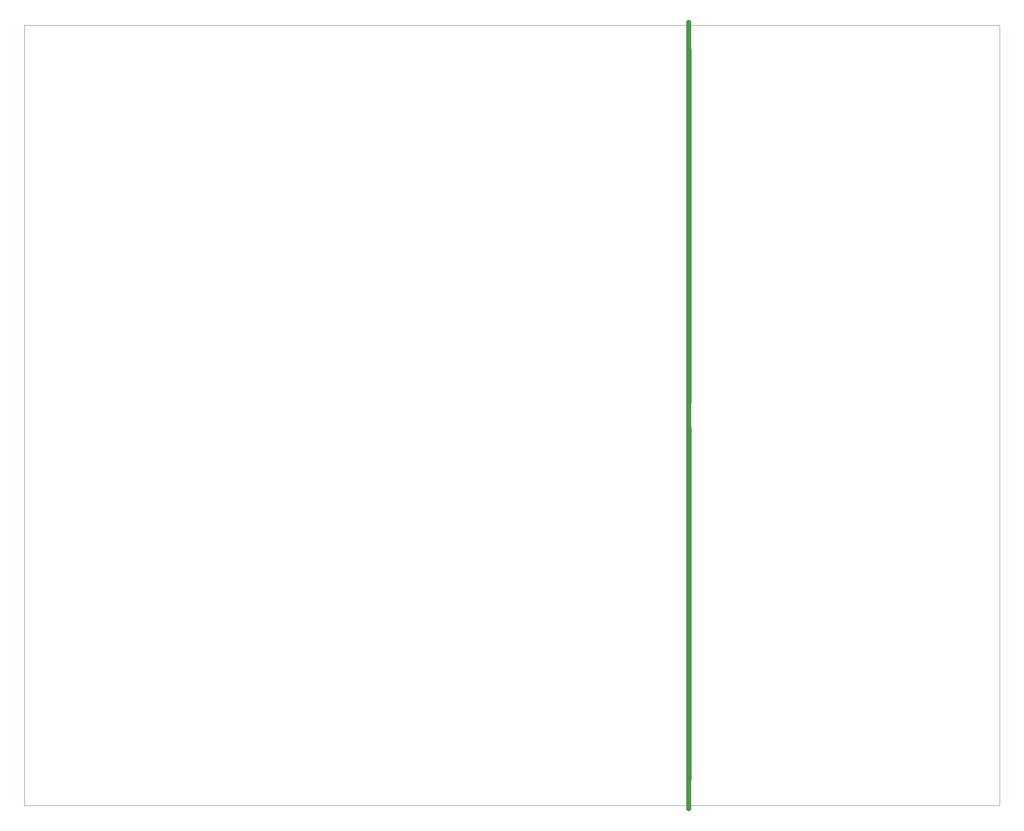
<source format=gm1>
G04*
G04 #@! TF.GenerationSoftware,Altium Limited,Altium Designer,23.2.1 (34)*
G04*
G04 Layer_Color=16711935*
%FSLAX45Y45*%
%MOMM*%
G71*
G04*
G04 #@! TF.SameCoordinates,6E3D6F93-4A61-4C57-BA4F-68D24251A383*
G04*
G04*
G04 #@! TF.FilePolarity,Positive*
G04*
G01*
G75*
%ADD82C,1.00000*%
%ADD109C,0.00100*%
D82*
X13625000Y-70000D02*
Y16060001D01*
D109*
X13675038Y15500000D02*
G03*
X13574962Y15500000I-50038J0D01*
G01*
Y8250000D02*
G03*
X13675038Y8250000I50038J0D01*
G01*
Y7750000D02*
G03*
X13574962Y7750000I-50038J0D01*
G01*
Y520000D02*
G03*
X13675038Y520000I50038J0D01*
G01*
X20000000Y-53D02*
G03*
X20000052Y0I0J53D01*
G01*
Y16000000D02*
G03*
X20000000Y16000053I-53J0D01*
G01*
X0D02*
G03*
X-53Y16000000I0J-53D01*
G01*
Y0D02*
G03*
X0Y-53I53J0D01*
G01*
X13675038Y15500000D02*
G03*
X13574962Y15500000I-50038J0D01*
G01*
Y8250000D02*
G03*
X13675038Y8250000I50038J0D01*
G01*
Y7750000D02*
G03*
X13574962Y7750000I-50038J0D01*
G01*
Y520000D02*
G03*
X13675038Y520000I50038J0D01*
G01*
Y15500000D02*
G03*
X13574962Y15500000I-50038J0D01*
G01*
Y8250000D02*
G03*
X13675038Y8250000I50038J0D01*
G01*
Y7750000D02*
G03*
X13574962Y7750000I-50038J0D01*
G01*
Y520000D02*
G03*
X13675038Y520000I50038J0D01*
G01*
X13674985Y15500000D02*
G03*
X13575015Y15500000I-49985J0D01*
G01*
Y8250000D02*
G03*
X13674985Y8250000I49985J0D01*
G01*
Y7750000D02*
G03*
X13575015Y7750000I-49985J0D01*
G01*
Y520000D02*
G03*
X13674985Y520000I49985J0D01*
G01*
Y15500000D02*
G03*
X13575015Y15500000I-49985J0D01*
G01*
Y8250000D02*
G03*
X13674985Y8250000I49985J0D01*
G01*
Y7750000D02*
G03*
X13575015Y7750000I-49985J0D01*
G01*
Y520000D02*
G03*
X13674985Y520000I49985J0D01*
G01*
X13574962Y8250000D02*
Y15500000D01*
X13675038Y8250000D02*
Y15500000D01*
X13574962Y520000D02*
Y7750000D01*
X13675038Y520000D02*
Y7750000D01*
X0Y-53D02*
X20000000D01*
X20000052Y0D02*
Y16000000D01*
X0Y16000053D02*
X20000000D01*
X-53Y0D02*
Y16000000D01*
X13574962Y8250000D02*
Y15500000D01*
X13675038Y8250000D02*
Y15500000D01*
X13574962Y520000D02*
Y7750000D01*
X13675038Y520000D02*
Y7750000D01*
X13574962Y8250000D02*
Y15500000D01*
X13675038Y8250000D02*
Y15500000D01*
X13574962Y520000D02*
Y7750000D01*
X13675038Y520000D02*
Y7750000D01*
X13575015Y8250000D02*
Y15500000D01*
X13674985Y8250000D02*
Y15500000D01*
X13575015Y520000D02*
Y7750000D01*
X13674985Y520000D02*
Y7750000D01*
X13575015Y8250000D02*
Y15500000D01*
X13674985Y8250000D02*
Y15500000D01*
Y520000D02*
Y7750000D01*
X13575015Y520000D02*
Y7750000D01*
M02*

</source>
